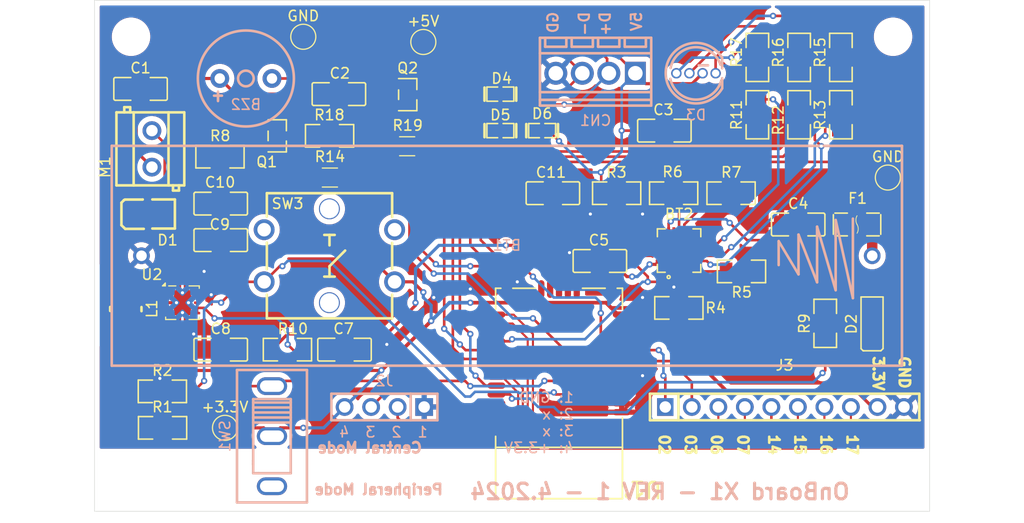
<source format=kicad_pcb>
(kicad_pcb (version 20240108) (generator "pcbnew") (generator_version "8.0")
  (title_block (title "OnBoard X1"))
  (layers (0 "F.Cu" signal) (31 "B.Cu" signal) (34 "B.Paste" user) (35 "F.Paste" user) (36 "B.SilkS" user "B.Silkscreen") (37 "F.SilkS" user "F.Silkscreen") (38 "B.Mask" user) (39 "F.Mask" user) (44 "Edge.Cuts" user))
  (net 0 "")
  (net 1 "Net-(BT1-+)")
  (net 2 "GND")
  (net 3 "Net-(BT2-PROG1)")
  (net 4 "SYSTEM_LOAD")
  (net 5 "Net-(BT2-VBAT_1)")
  (net 6 "Net-(BT2-PROG3)")
  (net 7 "Net-(BT2-CE)")
  (net 8 "LED_G")
  (net 9 "Net-(BT2-THERM)")
  (net 10 "LED_B")
  (net 11 "Net-(BT2-PROG2)")
  (net 12 "LED_R")
  (net 13 "+3.3V")
  (net 14 "MODE")
  (net 15 "ALARM")
  (net 16 "Net-(U2-EN)")
  (net 17 "Net-(D3-BK)")
  (net 18 "Net-(D3-GK)")
  (net 19 "Net-(D3-RK)")
  (net 20 "GPIO.06")
  (net 21 "GPIO.02")
  (net 22 "GPIO.14")
  (net 23 "GPIO.17")
  (net 24 "GPIO.07")
  (net 25 "GPIO.15")
  (net 26 "GPIO.03")
  (net 27 "GPIO.16")
  (net 28 "Net-(U2-L1)")
  (net 29 "Net-(U2-L2)")
  (net 30 "MOTOR")
  (net 31 "BUZZER")
  (net 32 "Net-(U1-PO.18)")
  (net 33 "Net-(U1-PO.05)")
  (net 34 "Net-(U1-PO.04)")
  (net 35 "STATUS_LED")
  (net 44 "Net-(BZ2--)")
  (net 45 "Net-(D2-A)")
  (net 46 "Net-(J2-Pin_2)")
  (net 47 "Net-(J2-Pin_3)")
  (net 48 "+5V")
  (net 49 "Net-(D1-A)")
  (net 50 "Net-(Q1-G)")
  (net 51 "Net-(U1-D-)")
  (net 52 "Net-(U1-D+)")
  (net 53 "Net-(Q2-G)")
  (footprint "easyeda2kicad:R1206" (layer "F.Cu") (at 118.467157 52.447157 90)
    (property "Reference" "R11")
    (property "Value" "0")
  )
  (footprint "easyeda2kicad:R1206" (layer "F.Cu") (at 77.487157 54.467157 180)
    (property "Reference" "R18")
    (property "Value" "110k")
  )
  (footprint "easyeda2kicad:R1206" (layer "F.Cu") (at 66.987157 56.467157 180)
    (property "Reference" "R8")
    (property "Value" "110k")
  )
  (footprint "easyeda2kicad:C1206" (layer "F.Cu") (at 67.057157 64.467157)
    (property "Reference" "C9")
    (property "Value" "10uF")
  )
  (footprint "TestPoint:TestPoint_Pad_D2.0mm" (layer "F.Cu") (at 74.967157 44.967157)
    (property "Reference" "GND")
    (property "Value" "BUZZER")
  )
  (footprint "easyeda2kicad:DIO-SMD_L3.4-W1.9-RD" (layer "F.Cu") (at 60.127157 61.967157)
    (property "Reference" "D1")
    (property "Value" "D_Schottky")
  )
  (footprint "easyeda2kicad:R1206" (layer "F.Cu") (at 118.467157 46.947157 -90)
    (property "Reference" "R17")
    (property "Value" "470")
  )
  (footprint "easyeda2kicad:R1206" (layer "F.Cu") (at 115.947157 59.967157 180)
    (property "Reference" "R7")
    (property "Value" "10k")
  )
  (footprint "easyeda2kicad:R1206" (layer "F.Cu") (at 116.947157 67.467157 180)
    (property "Reference" "R5")
    (property "Value" "10k")
  )
  (footprint "easyeda2kicad:SOT-23-3_L3.0-W1.6-P1.90-LS2.8-BR" (layer "F.Cu") (at 84.967157 50.517157 180)
    (property "Reference" "Q2")
    (property "Value" "NMOS")
  )
  (footprint "easyeda2kicad:C1206" (layer "F.Cu") (at 67.057157 74.967157 180)
    (property "Reference" "C8")
    (property "Value" "10uF")
  )
  (footprint "easyeda2kicad:C1206" (layer "F.Cu") (at 109.557157 53.967157)
    (property "Reference" "C3")
    (property "Value" "0.1uF")
  )
  (footprint "easyeda2kicad:CONN-TH_DB301V-3.5-2P-GN" (layer "F.Cu") (at 60.467157 55.717157 90)
    (property "Reference" "M1")
    (property "Value" "Motor_DC")
  )
  (footprint "Package_SON:Texas_DRC0010J_ThermalVias" (layer "F.Cu") (at 63.392157 70.467157)
    (property "Reference" "U2")
    (property "Value" "TPS63001")
  )
  (footprint "easyeda2kicad:C1206" (layer "F.Cu") (at 103.377157 66.467157)
    (property "Reference" "C5")
    (property "Value" "4.7uF")
  )
  (footprint "easyeda2kicad:R1206" (layer "F.Cu") (at 61.487157 82.467157 180)
    (property "Reference" "R1")
    (property "Value" "110k")
  )
  (footprint "Resistor_SMD:R_1206_3216Metric_Pad1.30x1.75mm_HandSolder" (layer "F.Cu") (at 84.917157 55.467157 180)
    (property "Reference" "R19")
    (property "Value" "100")
  )
  (footprint "easyeda2kicad:C1206" (layer "F.Cu") (at 78.377157 50.467157 180)
    (property "Reference" "C2")
    (property "Value" "10uF")
  )
  (footprint "easyeda2kicad:C1206" (layer "F.Cu") (at 98.877157 59.967157 180)
    (property "Reference" "C11")
    (property "Value" "10uF")
  )
  (footprint "MountingHole:MountingHole_3.2mm_M3_DIN965" (layer "F.Cu") (at 131.467157 44.967157)
    (property "Reference" "REF**" (hide yes))
    (property "Value" "MountingHole_3.2mm_M3_DIN965")
  )
  (footprint "easyeda2kicad:C1206" (layer "F.Cu") (at 67.057157 60.967157)
    (property "Reference" "C10")
    (property "Value" "10uF")
  )
  (footprint "easyeda2kicad:LED1206-RD" (layer "F.Cu") (at 129.467157 72.487157 90)
    (property "Reference" "D2")
    (property "Value" "LED")
  )
  (footprint "easyeda2kicad:F1206" (layer "F.Cu") (at 128.017157 62.967157 180)
    (property "Reference" "F1")
    (property "Value" "Fuse")
  )
  (footprint "easyeda2kicad:R1206" (layer "F.Cu") (at 104.987157 59.967157)
    (property "Reference" "R3")
    (property "Value" "110k")
  )
  (footprint "easyeda2kicad:SOT-23-3_L3.0-W1.6-P1.90-LS2.8-BR" (layer "F.Cu") (at 72.467157 54.467157 180)
    (property "Reference" "Q1")
    (property "Value" "NMOS")
  )
  (footprint "easyeda2kicad:D0603-BI" (layer "F.Cu") (at 93.847157 50.467157)
    (property "Reference" "D4")
    (property "Value" "0603ESDA-18N")
  )
  (footprint "easyeda2kicad:C1206" (layer "F.Cu") (at 59.377157 49.967157)
    (property "Reference" "C1")
    (property "Value" "10uF")
  )
  (footprint "easyeda2kicad:R1206" (layer "F.Cu") (at 122.467157 46.947157 -90)
    (property "Reference" "R16")
    (property "Value" "470")
  )
  (footprint "MountingHole:MountingHole_3.2mm_M3_DIN965" (layer "F.Cu") (at 58.467157 44.967157)
    (property "Reference" "REF**" (hide yes))
    (property "Value" "MountingHole_3.2mm_M3_DIN965")
  )
  (footprint "easyeda2kicad:D0603-BI" (layer "F.Cu") (at 93.847157 53.967157)
    (property "Reference" "D5")
    (property "Value" "0603ESDA-18N")
  )
  (footprint "easyeda2kicad:KEY-TH_4P-L12.0-W12.0-P5.00-LS13.4-EH" (layer "F.Cu") (at 77.467157 65.967157)
    (property "Reference" "SW3")
    (property "Value" "SW_Push")
  )
  (footprint "easyeda2kicad:R1206" (layer "F.Cu") (at 73.447157 74.967157)
    (property "Reference" "R10")
    (property "Value" "100")
  )
  (footprint "MountingHole:MountingHole_3.2mm_M3_DIN965" (layer "F.Cu") (at 58.467157 86.967157)
    (property "Reference" "REF**" (hide yes))
    (property "Value" "MountingHole_3.2mm_M3_DIN965")
  )
  (footprint "easyeda2kicad:QFN-20_L4.0-W4.0-P0.5-BL-EP" (layer "F.Cu") (at 110.967157 65.467157)
    (property "Reference" "BT2")
    (property "Value" "MCP73871T-2CCI_ML")
  )
  (footprint "easyeda2kicad:C1206" (layer "F.Cu") (at 122.377157 62.967157)
    (property "Reference" "C4")
    (property "Value" "4.7uF")
  )
  (footprint "easyeda2kicad:HDR-TH_10P-P2.54-V-M" (layer "F.Cu") (at 121.077157 80.467157)
    (property "Reference" "J3")
    (property "Value" "Conn_01x10_MountingPin")
  )
  (footprint "Minew-Library-20230803:MS44SF1_V1.0" (layer "F.Cu") (at 105.542161 69.082713 180)
    (property "Reference" "U1")
    (property "Value" "~" (hide yes))
  )
  (footprint "easyeda2kicad:R1206" (layer "F.Cu") (at 124.967157 72.447157 -90)
    (property "Reference" "R9")
    (property "Value" "470")
  )
  (footprint "easyeda2kicad:IND-SMD_L3.0-W3.0_NR3010" (layer "F.Cu") (at 57.967157 71.057157 -90)
    (property "Reference" "L1")
    (property "Value" "2.2uH")
  )
  (footprint "MountingHole:MountingHole_3.2mm_M3_DIN965" (layer "F.Cu") (at 131.467157 86.967157)
    (property "Reference" "REF**" (hide yes))
    (property "Value" "MountingHole_3.2mm_M3_DIN965")
  )
  (footprint "easyeda2kicad:R1206" (layer "F.Cu") (at 126.467157 52.447157 -90)
    (property "Reference" "R13")
    (property "Value" "0")
  )
  (footprint "TestPoint:TestPoint_Pad_D2.0mm" (layer "F.Cu") (at 67.467157 82.467157)
    (property "Reference" "+3.3V")
    (property "Value" "+3.3V")
  )
  (footprint "TestPoint:TestPoint_Pad_D2.0mm" (layer "F.Cu") (at 86.467157 45.467157)
    (property "Reference" "+5V")
    (property "Value" "VBUS")
  )
  (footprint "easyeda2kicad:C1206" (layer "F.Cu") (at 78.917157 74.967157)
    (property "Reference" "C7")
    (property "Value" "0.1uF")
  )
  (footprint "easyeda2kicad:R1206" (layer "F.Cu") (at 126.467157 46.947157 -90)
    (property "Reference" "R15")
    (property "Value" "470")
  )
  (footprint "easyeda2kicad:R1206" (layer "F.Cu") (at 110.447157 59.967157)
    (property "Reference" "R6")
    (property "Value" "1.5k")
  )
  (footprint "easyeda2kicad:D0603-BI" (layer "F.Cu") (at 97.847157 53.967157)
    (property "Reference" "D6")
    (property "Value" "0603ESDA-18N")
  )
  (footprint "Resistor_SMD:R_1206_3216Metric_Pad1.30x1.75mm_HandSolder" (layer "F.Cu") (at 77.517157 58.467157 180)
    (property "Reference" "R14")
    (property "Value" "100")
  )
  (footprint "easyeda2kicad:R1206" (layer "F.Cu") (at 110.947157 70.967157)
    (property "Reference" "R4")
    (property "Value" "110k")
  )
  (footprint "TestPoint:TestPoint_Pad_D2.0mm" (layer "F.Cu") (at 130.967157 58.467157)
    (property "Reference" "GND")
    (property "Value" "MOTOR")
  )
  (footprint "easyeda2kicad:R1206" (layer "F.Cu") (at 61.467157 78.967157)
    (property "Reference" "R2")
    (property "Value" "110k")
  )
  (footprint "easyeda2kicad:R1206" (layer "F.Cu") (at 122.467157 52.447157 -90)
    (property "Reference" "R12")
    (property "Value" "0")
  )
  (footprint "easyeda2kicad:CONN-TH_XY308-2.54-4P" (layer "B.Cu") (at 102.967157 48.467157 180)
    (property "Reference" "CN1")
    (property "Value" "XY308-2.54-4P")
  )
  (footprint "easyeda2kicad:HDR-TH_4P-P2.54-V-M" (layer "B.Cu") (at 82.737157 80.467157 180)
    (property "Reference" "J2")
    (property "Value" "Conn_01x04_MountingPin")
  )
  (footprint "easyeda2kicad:LED-TH_4P-BD5.8-P1.25_DM-50346EH-73826CC-05RGB-BML60-D" (layer "B.Cu") (at 112.587157 48.467157)
    (property "Reference" "D3")
    (property "Value" "LED_ABGR")
  )
  (footprint "easyeda2kicad:SW-TH_SHOU-HAN_SS12D10G4" (layer "B.Cu") (at 71.967157 83.267157 -90)
    (property "Reference" "SW1")
    (property "Value" "SW_SPDT")
  )
  (footprint "easyeda2kicad:BAT-TH_BH-18650-A1AJ005" (layer "B.Cu") (at 94.467157 65.967157 180)
    (property "Reference" "BT1")
    (property "Value" "18650 Cell")
  )
  (footprint "easyeda2kicad:BUZ-TH_BD9.0-P5.00-D0.6-FD" (layer "B.Cu") (at 69.467157 48.967157)
    (property "Reference" "BZ2")
    (property "Value" "Buzzer")
  )
  (gr_rect (start 54.967157 41.467157) (end 134.967157 90.467157) (stroke (width 0.05)) (fill none) (layer "Edge.Cuts"))
  (gr_text "3" (at 81.967157 83.467157 0) (layer "B.SilkS") (effects (font (size 1 1)) (justify left bottom mirror)))
  (gr_text "2" (at 84.467157 83.467157 0) (layer "B.SilkS") (effects (font (size 1 1)) (justify left bottom mirror)))
  (gr_text "GD" (at 99.467157 42.467157 90) (layer "B.SilkS") (effects (font (size 1 1) (thickness 0.2) (bold yes)) (justify left bottom mirror)))
  (gr_text "D+" (at 104.467157 42.467157 -270) (layer "B.SilkS") (effects (font (size 1 1) (thickness 0.2) (bold yes)) (justify left bottom mirror)))
  (gr_text "Central Mode" (at 86.467157 84.967157 0) (layer "B.SilkS") (effects (font (size 1 1) (thickness 0.25) (bold yes)) (justify left bottom mirror)))
  (gr_text "OnBoard X1 - REV 1 - 4.2024" (at 127.467157 89.467157 0) (layer "B.SilkS") (effects (font (size 1.5 1.5) (thickness 0.3) (bold yes)) (justify left bottom mirror)))
  (gr_text "5V" (at 107.467157 42.467157 -270) (layer "B.SilkS") (effects (font (size 1 1) (thickness 0.2) (bold yes)) (justify left bottom mirror)))
  (gr_text "D-" (at 102.467157 42.467157 -270) (layer "B.SilkS") (effects (font (size 1 1) (thickness 0.2) (bold yes)) (justify left bottom mirror)))
  (gr_text "4" (at 79.467157 83.467157 0) (layer "B.SilkS") (effects (font (size 1 1)) (justify left bottom mirror)))
  (gr_text "Peripheral Mode" (at 88.467157 88.967157 0) (layer "B.SilkS") (effects (font (size 1 1) (thickness 0.25) (bold yes)) (justify left bottom mirror)))
  (gr_text "1: GND\n2: x\n3: x\n4: +3.3V" (at 100.967157 84.967157 0) (layer "B.SilkS") (effects (font (size 1 1)) (justify left bottom mirror)))
  (gr_text "1" (at 86.967157 83.467157 0) (layer "B.SilkS") (effects (font (size 1 1)) (justify left bottom mirror)))
  (gr_text "03" (at 111.467157 82.967157 270) (layer "F.SilkS") (effects (font (size 1 1) (thickness 0.25) (bold yes)) (justify left bottom)))
  (gr_text "07" (at 116.5 82.967157 270) (layer "F.SilkS") (effects (font (size 1 1) (thickness 0.25) (bold yes)) (justify left bottom)))
  (gr_text "14" (at 119.467157 82.967157 270) (layer "F.SilkS") (effects (font (size 1 1) (thickness 0.25) (bold yes)) (justify left bottom)))
  (gr_text "02" (at 108.967157 82.967157 270) (layer "F.SilkS") (effects (font (size 1 1) (thickness 0.25) (bold yes)) (justify left bottom)))
  (gr_text "\n17" (at 126.967157 82.967157 270) (layer "F.SilkS") (effects (font (size 1 1) (thickness 0.25) (bold yes)) (justify left bottom)))
  (gr_text "GND" (at 131.967157 75.467157 270) (layer "F.SilkS") (effects (font (size 1 1) (thickness 0.25) (bold yes)) (justify left bottom)))
  (gr_text "3.3V" (at 129.467157 75.467157 270) (layer "F.SilkS") (effects (font (size 1 1) (thickness 0.25) (bold yes)) (justify left bottom)))
  (gr_text "16\n" (at 124.467157 82.967157 270) (layer "F.SilkS") (effects (font (size 1 1) (thickness 0.25) (bold yes)) (justify left bottom)))
  (gr_text "06" (at 113.967157 82.967157 270) (layer "F.SilkS") (effects (font (size 1 1) (thickness 0.25) (bold yes)) (justify left bottom)))
  (gr_text "15" (at 121.967157 82.967157 270) (layer "F.SilkS") (effects (font (size 1 1) (thickness 0.25) (bold yes)) (justify left bottom)))
  (segment (start 129.467157 62.967157) (end 129.467157 65.967157) (width 1) (layer "F.Cu") (net 1))
  (segment (start 110.967157 68.467157) (end 110.467157 68.967157) (width 0.3) (layer "F.Cu") (net 2))
  (segment (start 65.467157 67.467157) (end 65.467157 66.467157) (width 0.3) (layer "F.Cu") (net 2))
  (segment (start 80.017157 50.517157) (end 79.967157 50.467157) (width 0.3) (layer "F.Cu") (net 2))
  (segment (start 97.287157 59.967157) (end 97.287157 60.937157) (width 0.3) (layer "F.Cu") (net 2))
  (segment (start 61.992157 70.467157) (end 62.817157 70.467157) (width 0.3) (layer "F.Cu") (net 2))
  (segment (start 63.392157 69.517157) (end 63.392157 69.892157) (width 0.3) (layer "F.Cu") (net 2))
  (segment (start 112.467157 63.557157) (end 113.837157 63.557157) (width 0.3) (layer "F.Cu") (net 2))
  (segment (start 63.892157 69.967157) (end 64.792157 69.967157) (width 0.3) (layer "F.Cu") (net 2))
  (segment (start 111.967157 64.467157) (end 110.967157 65.467157) (width 0.3) (layer "F.Cu") (net 2))
  (segment (start 125.287157 58.467157) (end 120.787157 62.967157) (width 0.3) (layer "F.Cu") (net 2))
  (segment (start 105.157717 69.157717) (end 104.561442 69.157717) (width 0.3) (layer "F.Cu") (net 2))
  (segment (start 112.877157 63.967157) (end 112.467157 63.557157) (width 0.3) (layer "F.Cu") (net 2))
  (segment (start 63.392157 69.517157) (end 63.392157 70.467157) (width 0.3) (layer "F.Cu") (net 2))
  (segment (start 85.967157 50.517157) (end 80.017157 50.517157) (width 0.3) (layer "F.Cu") (net 2))
  (segment (start 105.967157 69.967157) (end 105.157717 69.157717) (width 0.35) (layer "F.Cu") (net 2))
  (segment (start 63.392157 71.417157) (end 63.392157 71.042157) (width 0.3) (layer "F.Cu") (net 2))
  (segment (start 97.287157 60.937157) (end 98.317157 61.967157) (width 0.3) (layer "F.Cu") (net 2))
  (segment (start 110.967157 67.377157) (end 110.967157 68.467157) (width 0.3) (layer "F.Cu") (net 2))
  (segment (start 63.967157 70.092157) (end 63.392157 69.517157) (width 0.3) (layer "F.Cu") (net 2))
  (segment (start 105.467157 80.967157) (end 107.467157 78.967157) (width 0.3) (layer "F.Cu") (net 2))
  (segment (start 65.467157 74.967157) (end 65.467157 73.492157) (width 0.3) (layer "F.Cu") (net 2))
  (segment (start 63.967157 70.467157) (end 63.967157 70.092157) (width 0.3) (layer "F.Cu") (net 2))
  (segment (start 107.467157 61.967157) (end 108.467157 61.967157) (width 0.3) (layer "F.Cu") (net 2))
  (segment (start 65.467157 66.467157) (end 65.467157 66.287157) (width 0.3) (layer "F.Cu") (net 2))
  (segment (start 63.392157 71.042157) (end 63.967157 70.467157) (width 0.3) (layer "F.Cu") (net 2))
  (segment (start 61.227157 77.727157) (end 59.987157 78.967157) (width 0.3) (layer "F.Cu") (net 2))
  (segment (start 111.967157 63.557157) (end 112.467157 63.557157) (width 0.3) (layer "F.Cu") (net 2))
  (segment (start 64.454657 72.479657) (end 64.942157 72.967157) (width 0.3) (layer "F.Cu") (net 2))
  (segment (start 75.467157 44.967157) (end 81.467157 44.967157) (width 0.3) (layer "F.Cu") (net 2))
  (segment (start 62.817157 70.467157) (end 63.392157 70.467157) (width 0.3) (layer "F.Cu") (net 2))
  (segment (start 105.467157 80.116834) (end 105.467157 80.967157) (width 0.3) (layer "F.Cu") (net 2))
  (segment (start 107.467157 69.967157) (end 105.967157 69.967157) (width 0.35) (layer "F.Cu") (net 2))
  (segment (start 64.454657 73.454657) (end 64.454657 72.479657) (width 0.3) (layer "F.Cu") (net 2))
  (segment (start 111.967157 63.557157) (end 111.967157 64.467157) (width 0.3) (layer "F.Cu") (net 2))
  (segment (start 94.776597 69.157717) (end 95.467157 68.467157) (width 0.35) (layer "F.Cu") (net 2))
  (segment (start 101.267157 66.467157) (end 101.787157 66.467157) (width 0.3) (layer "F.Cu") (net 2))
  (segment (start 130.967157 58.467157) (end 125.287157 58.467157) (width 0.3) (layer "F.Cu") (net 2))
  (segment (start 107.467157 78.967157) (end 107.467157 77.467157) (width 0.3) (layer "F.Cu") (net 2))
  (segment (start 82.467157 74.967157) (end 80.507157 74.967157) (width 0.35) (layer "F.Cu") (net 2))
  (segment (start 86.107157 49.607157) (end 86.107157 50.517157) (width 0.3) (layer "F.Cu") (net 2))
  (segment (start 63.392157 71.417157) (end 64.454657 72.479657) (width 0.3) (layer "F.Cu") (net 2))
  (segment (start 63.392157 70.467157) (end 63.892157 69.967157) (width 0.3) (layer "F.Cu") (net 2))
  (segment (start 98.317157 61.967157) (end 102.467157 61.967157) (width 0.3) (layer "F.Cu") (net 2))
  (segment (start 64.467157 73.467157) (end 64.454657 73.454657) (width 0.3) (layer "F.Cu") (net 2))
  (segment (start 113.837157 63.557157) (end 117.427157 59.967157) (width 0.3) (layer "F.Cu") (net 2))
  (segment (start 65.886398 69.967157) (end 64.792157 69.967157) (width 0.3) (layer "F.Cu") (net 2))
  (segment (start 90.967157 69.157717) (end 94.366687 69.157717) (width 0.35) (layer "F.Cu") (net 2))
  (segment (start 63.392157 69.892157) (end 62.817157 70.467157) (width 0.3) (layer "F.Cu") (net 2))
  (segment (start 65.467157 73.492157) (end 64.454657 72.479657) (width 0.3) (layer "F.Cu") (net 2))
  (segment (start 108.467157 61.967157) (end 108.967157 61.467157) (width 0.3) (layer "F.Cu") (net 2))
  (segment (start 65.467157 66.287157) (end 65.467157 64.467157) (width 0.3) (layer "F.Cu") (net 2))
  (segment (start 81.467157 44.967157) (end 86.107157 49.607157) (width 0.3) (layer "F.Cu") (net 2))
  (segment (start 112.877157 64.467157) (end 112.877157 63.967157) (width 0.3) (layer "F.Cu") (net 2))
  (segment (start 94.20897 69) (end 94.366687 69.157717) (width 0.3) (layer "F.Cu") (net 2))
  (segment (start 94.366687 69.157717) (end 94.776597 69.157717) (width 0.3) (layer "F.Cu") (net 2))
  (segment (start 100.467157 65.667157) (end 101.267157 66.467157) (width 0.35) (layer "F.Cu") (net 2))
  (segment (start 87.467157 69.967157) (end 82.467157 74.967157) (width 0.35) (layer "F.Cu") (net 2))
  (segment (start 66.150392 69.703163) (end 65.886398 69.967157) (width 0.3) (layer "F.Cu") (net 2))
  (segment (start 108.967157 61.467157) (end 108.967157 59.967157) (width 0.3) (layer "F.Cu") (net 2))
  (segment (start 112.877157 64.467157) (end 112.877157 64.967157) (width 0.3) (layer "F.Cu") (net 2))
  (via (at 87.467157 69.967157) (size 0.6) (drill 0.3) (layers "F.Cu" "B.Cu") (net 2))
  (via (at 110.467157 68.967157) (size 0.6) (drill 0.3) (layers "F.Cu" "B.Cu") (net 2))
  (via (at 95.467157 68.467157) (size 0.6) (drill 0.3) (layers "F.Cu" "B.Cu") (net 2))
  (via (at 107.467157 69.967157) (size 0.6) (drill 0.3) (layers "F.Cu" "B.Cu") (net 2))
  (via (at 64.467157 73.467157) (size 0.6) (drill 0.3) (layers "F.Cu" "B.Cu") (net 2))
  (via (at 82.967157 74.467157) (size 0.6) (drill 0.3) (layers "F.Cu" "B.Cu") (net 2))
  (via (at 107.467157 61.967157) (size 0.6) (drill 0.3) (layers "F.Cu" "B.Cu") (net 2))
  (via (at 107.467157 77.467157) (size 0.6) (drill 0.3) (layers "F.Cu" "B.Cu") (net 2))
  (via (at 102.467157 61.967157) (size 0.6) (drill 0.3) (layers "F.Cu" "B.Cu") (net 2))
  (via (at 61.227157 77.727157) (size 0.6) (drill 0.3) (layers "F.Cu" "B.Cu") (net 2))
  (via (at 65.467157 67.467157) (size 0.6) (drill 0.3) (layers "F.Cu" "B.Cu") (net 2))
  (via (at 100.467157 65.667157) (size 0.6) (drill 0.3) (layers "F.Cu" "B.Cu") (net 2))
  (via (at 90.967157 69.157717) (size 0.6) (drill 0.3) (layers "F.Cu" "B.Cu") (net 2))
  (via (at 66.150392 69.703163) (size 0.6) (drill 0.3) (layers "F.Cu" "B.Cu") (net 2))
  (segment (start 86.547157 80.467157) (end 86.547157 78.047157) (width 0.35) (layer "B.Cu") (net 2))
  (segment (start 86.547157 78.047157) (end 82.967157 74.467157) (width 0.35) (layer "B.Cu") (net 2))
  (segment (start 98.267157 65.667157) (end 95.467157 68.467157) (width 0.35) (layer "B.Cu") (net 2))
  (segment (start 109.467157 69.967157) (end 110.467157 68.967157) (width 0.3) (layer "B.Cu") (net 2))
  (segment (start 86.467157 80.467157) (end 86.547157 80.467157) (width 0.3) (layer "B.Cu") (net 2))
  (segment (start 86.467157 83.467157) (end 86.547157 83.387157) (width 0.3) (layer "B.Cu") (net 2))
  (segment (start 66.150392 68.150392) (end 65.467157 67.467157) (width 0.3) (layer "B.Cu") (net 2))
  (segment (start 107.467157 69.967157) (end 109.467157 69.967157) (width 0.35) (layer "B.Cu") (net 2))
  (segment (start 66.150392 69.703163) (end 66.150392 68.150392) (width 0.3) (layer "B.Cu") (net 2))
  (segment (start 107.467157 69.967157) (end 107.467157 77.467157) (width 0.3) (layer "B.Cu") (net 2))
  (segment (start 64.467157 74.487157) (end 64.467157 73.467157) (width 0.3) (layer "B.Cu") (net 2))
  (segment (start 61.227157 77.727157) (end 64.467157 74.487157) (width 0.3) (layer "B.Cu") (net 2))
  (segment (start 102.467157 61.967157) (end 107.467157 61.967157) (width 0.3) (layer "B.Cu") (net 2))
  (segment (start 90.967157 69.157717) (end 88.276597 69.157717) (width 0.35) (layer "B.Cu") (net 2))
  (segment (start 88.276597 69.157717) (end 87.467157 69.967157) (width 0.35) (layer "B.Cu") (net 2))
  (segment (start 100.467157 65.667157) (end 98.267157 65.667157) (width 0.35) (layer "B.Cu") (net 2))
  (segment (start 110.967157 63.557157) (end 110.967157 60.927157) (width 0.25) (layer "F.Cu") (net 3))
  (segment (start 110.967157 60.927157) (end 111.927157 59.967157) (width 0.25) (layer "F.Cu") (net 3))
  (segment (start 61.992157 74.492157) (end 61.992157 71.467157) (width 0.3) (layer "F.Cu") (net 4))
  (segment (start 71.467157 74.967157) (end 70.217157 76.217157) (width 0.3) (layer "F.Cu") (net 4))
  (segment (start 109.477157 67.377157) (end 109.967157 67.377157) (width 0.3) (layer "F.Cu") (net 4))
  (segment (start 69.897157 76.217157) (end 70.217157 76.217157) (width 0.3) (layer "F.Cu") (net 4))
  (segment (start 85.717157 70.717157) (end 82.967157 73.467157) (width 0.3) (layer "F.Cu") (net 4))
  (segment (start 63.967157 76.467157) (end 61.992157 74.492157) (width 0.3) (layer "F.Cu") (net 4))
  (segment (start 85.717157 70.467157) (end 85.717157 70.717157) (width 0.3) (layer "F.Cu") (net 4))
  (segment (start 71.967157 74.967157) (end 71.467157 74.967157) (width 0.3) (layer "F.Cu") (net 4))
  (segment (start 69.967157 76.467157) (end 63.967157 76.467157) (width 0.3) (layer "F.Cu") (net 4))
  (segment (start 108.141422 66.792892) (end 108.731422 66.792892) (width 0.3) (layer "F.Cu") (net 4))
  (segment (start 106.467157 67.967157) (end 105.967157 67.967157) (width 0.3) (layer "F.Cu") (net 4))
  (segment (start 70.217157 76.217157) (end 69.967157 76.467157) (width 0.3) (layer "F.Cu") (net 4))
  (segment (start 109.057157 66.467157) (end 109.057157 66.957157) (width 0.3) (layer "F.Cu") (net 4))
  (segment (start 109.057157 66.957157) (end 109.477157 67.377157) (width 0.3) (layer "F.Cu") (net 4))
  (segment (start 108.731422 66.792892) (end 109.057157 66.467157) (width 0.3) (layer "F.Cu") (net 4))
  (segment (start 82.967157 73.467157) (end 73.467157 73.467157) (width 0.3) (layer "F.Cu") (net 4))
  (segment (start 68.647157 74.967157) (end 69.897157 76.217157) (width 0.3) (layer "F.Cu") (net 4))
  (segment (start 73.467157 73.467157) (end 71.967157 74.967157) (width 0.3) (layer "F.Cu") (net 4))
  (segment (start 102.967157 64.967157) (end 94.367157 64.967157) (width 0.3) (layer "F.Cu") (net 4))
  (segment (start 105.967157 67.967157) (end 102.967157 64.967157) (width 0.3) (layer "F.Cu") (net 4))
  (via (at 94.367157 64.967157) (size 0.6) (drill 0.3) (layers "F.Cu" "B.Cu") (net 4))
  (via (at 106.467157 67.967157) (size 0.6) (drill 0.3) (layers "F.Cu" "B.Cu") (net 4))
  (via (at 108.141422 66.792892) (size 0.6) (drill 0.3) (layers "F.Cu" "B.Cu") (net 4))
  (via (at 85.717157 70.467157) (size 0.6) (drill 0.3) (layers "F.Cu" "B.Cu") (net 4))
  (segment (start 85.717157 67.217157) (end 87.967157 64.967157) (width 0.3) (layer "B.Cu") (net 4))
  (segment (start 87.967157 64.967157) (end 94.367157 64.967157) (width 0.3) (layer "B.Cu") (net 4))
  (segment (start 106.967157 67.967157) (end 108.141422 66.792892) (width 0.3) (layer "B.Cu") (net 4))
  (segment (start 85.717157 70.467157) (end 85.717157 67.217157) (width 0.3) (layer "B.Cu") (net 4))
  (segment (start 106.467157 67.967157) (end 106.967157 67.967157) (width 0.3) (layer "B.Cu") (net 4))
  (segment (start 109.577157 63.557157) (end 110.467157 63.557157) (width 0.25) (layer "F.Cu") (net 5))
  (segment (start 122.467157 64.467157) (end 123.967157 62.967157) (width 0.25) (layer "F.Cu") (net 5))
  (segment (start 109.057157 64.077157) (end 109.577157 63.557157) (width 0.25) (layer "F.Cu") (net 5))
  (segment (start 123.967157 62.967157) (end 126.567157 62.967157) (width 0.25) (layer "F.Cu") (net 5))
  (segment (start 109.577157 63.557157) (end 109.967157 63.557157) (width 0.25) (layer "F.Cu") (net 5))
  (segment (start 110.167157 62.667157) (end 109.967157 62.867157) (width 0.25) (layer "F.Cu") (net 5))
  (segment (start 115.811967 62.811967) (end 117.467157 64.467157) (width 0.25) (layer "F.Cu") (net 5))
  (segment (start 109.967157 62.867157) (end 109.967157 63.557157) (width 0.25) (layer "F.Cu") (net 5))
  (segment (start 117.467157 64.467157) (end 122.467157 64.467157) (width 0.25) (layer "F.Cu") (net 5))
  (segment (start 109.057157 64.467157) (end 109.057157 64.077157) (width 0.25) (layer "F.Cu") (net 5))
  (via (at 115.811967 62.811967) (size 0.6) (drill 0.3) (layers "F.Cu" "B.Cu") (net 5))
  (via (at 110.167157 62.667157) (size 0.6) (drill 0.3) (layers "F.Cu" "B.Cu") (net 5))
  (segment (start 110.167157 62.667157) (end 110.367157 62.467157) (width 0.25) (layer "B.Cu") (net 5))
  (segment (start 110.367157 62.467157) (end 115.467157 62.467157) (width 0.25) (layer "B.Cu") (net 5))
  (segment (start 115.467157 62.467157) (end 115.811967 62.811967) (width 0.25) (layer "B.Cu") (net 5))
  (segment (start 111.467157 63.557157) (end 111.467157 62.967157) (width 0.25) (layer "F.Cu") (net 6))
  (segment (start 111.467157 62.967157) (end 114.467157 59.967157) (width 0.25) (layer "F.Cu") (net 6))
  (segment (start 108.467157 64.967157) (end 106.467157 62.967157) (width 0.25) (layer "F.Cu") (net 7))
  (segment (start 106.467157 62.967157) (end 106.467157 59.967157) (width 0.25) (layer "F.Cu") (net 7))
  (segment (start 109.057157 64.967157) (end 108.467157 64.967157) (width 0.25) (layer "F.Cu") (net 7))
  (segment (start 123.967157 52.467157) (end 122.467157 50.967157) (width 0.25) (layer "F.Cu") (net 8))
  (segment (start 113.967157 66.817157) (end 113.617157 66.467157) (width 0.25) (layer "F.Cu") (net 8))
  (segment (start 122.467157 50.967157) (end 122.467157 48.427157) (width 0.25) (layer "F.Cu") (net 8))
  (segment (start 113.617157 66.467157) (end 112.877157 66.467157) (width 0.25) (layer "F.Cu") (net 8))
  (segment (start 124.592157 55.467157) (end 123.967157 54.842157) (width 0.25) (layer "F.Cu") (net 8))
  (segment (start 123.967157 54.842157) (end 123.967157 52.467157) (width 0.25) (layer "F.Cu") (net 8))
  (via (at 113.967157 66.817157) (size 0.6) (drill 0.3) (layers "F.Cu" "B.Cu") (net 8))
  (via (at 124.592157 55.467157) (size 0.6) (drill 0.3) (layers "F.Cu" "B.Cu") (net 8))
  (segment (start 124.592157 57.609926) (end 115.384926 66.817157) (width 0.25) (layer "B.Cu") (net 8))
  (segment (start 115.384926 66.817157) (end 113.967157 66.817157) (width 0.25) (layer "B.Cu") (net 8))
  (segment (start 124.592157 55.467157) (end 124.592157 57.609926) (width 0.25) (layer "B.Cu") (net 8))
  (segment (start 112.377157 67.377157) (end 112.467157 67.467157) (width 0.25) (layer "F.Cu") (net 9))
  (segment (start 112.467157 67.467157) (end 115.467157 67.467157) (width 0.25) (layer "F.Cu") (net 9))
  (segment (start 111.967157 67.377157) (end 112.377157 67.377157) (width 0.25) (layer "F.Cu") (net 9))
  (segment (start 124.967157 54.467157) (end 124.967157 52.467157) (width 0.25) (layer "F.Cu") (net 10))
  (segment (start 115.141422 65.967157) (end 112.877157 65.967157) (width 0.25) (layer "F.Cu") (net 10))
  (segment (start 126.467157 50.967157) (end 126.467157 48.427157) (width 0.25) (layer "F.Cu") (net 10))
  (segment (start 124.967157 52.467157) (end 126.467157 50.967157) (width 0.25) (layer "F.Cu") (net 10))
  (segment (start 115.967157 65.141422) (end 115.141422 65.967157) (width 0.25) (layer "F.Cu") (net 10))
  (via (at 124.967157 54.467157) (size 0.6) (drill 0.3) (layers "F.Cu" "B.Cu") (net 10))
  (via (at 115.967157 65.141422) (size 0.6) (drill 0.3) (layers "F.Cu" "B.Cu") (net 10))
  (segment (start 124.967157 54.467157) (end 124.708273 54.467157) (width 0.25) (layer "B.Cu") (net 10))
  (segment (start 123.967157 57.315687) (end 116.141422 65.141422) (width 0.25) (layer "B.Cu") (net 10))
  (segment (start 124.708273 54.467157) (end 123.967157 55.208273) (width 0.25) (layer "B.Cu") (net 10))
  (segment (start 123.967157 55.208273) (end 123.967157 57.315687) (width 0.25) (layer "B.Cu") (net 10))
  (segment (start 116.141422 65.141422) (end 115.967157 65.141422) (width 0.25) (layer "B.Cu") (net 10))
  (segment (start 111.967157 70.467157) (end 111.467157 69.967157) (width 0.25) (layer "F.Cu") (net 11))
  (segment (start 111.467157 69.967157) (end 111.467157 67.377157) (width 0.25) (layer "F.Cu") (net 11))
  (segment (start 119.967157 50.967157) (end 118.467157 50.967157) (width 0.25) (layer "F.Cu") (net 12))
  (segment (start 118.967157 48.427157) (end 118.967157 50.967157) (width 0.25) (layer "F.Cu") (net 12))
  (segment (start 113.967157 65.467157) (end 115.141422 64.292892) (width 0.25) (layer "F.Cu") (net 12))
  (segment (start 115.141422 64.292892) (end 115.292892 64.292892) (width 0.25) (layer "F.Cu") (net 12))
  (segment (start 112.877157 65.467157) (end 113.967157 65.467157) (width 0.25) (layer "F.Cu") (net 12))
  (via (at 115.292892 64.292892) (size 0.6) (drill 0.3) (layers "F.Cu" "B.Cu") (net 12))
  (via (at 119.967157 50.967157) (size 0.6) (drill 0.3) (layers "F.Cu" "B.Cu") (net 12))
  (segment (start 120.467157 51.467157) (end 120.467157 59.118627) (width 0.25) (layer "B.Cu") (net 12))
  (segment (start 120.467157 59.118627) (end 115.292892 64.292892) (width 0.25) (layer "B.Cu") (net 12))
  (segment (start 119.967157 50.967157) (end 120.467157 51.467157) (width 0.25) (layer "B.Cu") (net 12))
  (segment (start 57.467157 67.967157) (end 61.467157 67.967157) (width 0.3) (layer "F.Cu") (net 13))
  (segment (start 105.10773 71.60773) (end 103.967157 70.467157) (width 0.35) (layer "F.Cu") (net 13))
  (segment (start 85.467157 68.467157) (end 83.717157 68.467157) (width 0.3) (layer "F.Cu") (net 13))
  (segment (start 60.967157 50.967157) (end 58.967157 52.967157) (width 0.3) (layer "F.Cu") (net 13))
  (segment (start 56.467157 60.467157) (end 57.467157 59.467157) (width 0.3) (layer "F.Cu") (net 13))
  (segment (start 72.767157 82.467157) (end 71.967157 83.267157) (width 0.3) (layer "F.Cu") (net 13))
  (segment (start 67.467157 82.467157) (end 71.167157 82.467157) (width 0.3) (layer "F.Cu") (net 13))
  (segment (start 66.117157 68.142157) (end 66.117157 67.317157) (width 0.3) (layer "F.Cu") (net 13))
  (segment (start 56.467157 68.967157) (end 57.467157 67.967157) (width 0.3) (layer "F.Cu") (net 13))
  (segment (start 64.792157 69.467157) (end 66.117157 68.142157) (width 0.3) (layer "F.Cu") (net 13))
  (segment (start 56.467157 66.967157) (end 57.217157 67.717157) (width 0.3) (layer "F.Cu") (net 13))
  (segment (start 104.467157 70.967157) (end 106.467157 70.967157) (width 0.35) (layer "F.Cu") (net 13))
  (segment (start 64.792157 69.290109) (end 64.792157 69.467157) (width 0.3) (layer "F.Cu") (net 13))
  (segment (start 57.467157 59.467157) (end 57.467157 52.467157) (width 0.3) (layer "F.Cu") (net 13))
  (segment (start 63.469205 67.967157) (end 64.792157 69.290109) (width 0.3) (layer "F.Cu") (net 13))
  (segment (start 103.967157 70.467157) (end 104.467157 70.967157) (width 0.35) (layer "F.Cu") (net 13))
  (segment (start 70.467157 66.317157) (end 71.317157 65.467157) (width 0.3) (layer "F.Cu") (net 13))
  (segment (start 55.967157 67.967157) (end 63.469205 67.967157) (width 0.3) (layer "F.Cu") (net 13))
  (segment (start 74.967157 82.467157) (end 72.767157 82.467157) (width 0.3) (layer "F.Cu") (net 13))
  (segment (start 66.117157 67.317157) (end 68.647157 64.787157) (width 0.3) (layer "F.Cu") (net 13))
  (segment (start 68.647157 64.787157) (end 68.647157 64.467157) (width 0.3) (layer "F.Cu") (net 13))
  (segment (start 57.217157 67.717157) (end 57.467157 67.967157) (width 0.3) (layer "F.Cu") (net 13))
  (segment (start 64.969205 69.467157) (end 68.119205 66.317157) (width 0.3) (layer "F.Cu") (net 13))
  (segment (start 56.467157 62.467157) (end 56.467157 60.467157) (width 0.3) (layer "F.Cu") (net 13))
  (segment (start 68.119205 66.317157) (end 70.467157 66.317157) (width 0.3) (layer "F.Cu") (net 13))
  (segment (start 68.467157 50.467157) (end 77.287157 50.467157) (width 0.3) (layer "F.Cu") (net 13))
  (segment (start 115.547918 78.967157) (end 127.967157 78.967157) (width 0.3) (layer "F.Cu") (net 13))
  (segment (start 107.967157 72.467157) (end 109.047918 72.467157) (width 0.35) (layer "F.Cu") (net 13))
  (segment (start 58.967157 55.967157) (end 60.467157 57.467157) (width 0.3) (layer "F.Cu") (net 13))
  (segment (start 63.469205 67.967157) (end 64.969205 69.467157) (width 0.3) (layer "F.Cu") (net 13))
  (segment (start 55.967157 68.967157) (end 56.467157 68.967157) (width 0.3) (layer "F.Cu") (net 13))
  (segment (start 109.047918 72.467157) (end 115.547918 78.967157) (width 0.35) (layer "F.Cu") (net 13))
  (segment (start 55.967157 67.967157) (end 55.967157 67.467157) (width 0.3) (layer "F.Cu") (net 13))
  (segment (start 105.467157 71.60773) (end 105.10773 71.60773) (width 0.3) (layer "F.Cu") (net 13))
  (segment (start 60.967157 49.967157) (end 60.967157 50.967157) (width 0.3) (layer "F.Cu") (net 13))
  (segment (start 61.967157 48.967157) (end 60.967157 49.967157) (width 0.3) (layer "F.Cu") (net 13))
  (segment (start 86.467157 69.467157) (end 85.467157 68.467157) (width 0.3) (layer "F.Cu") (net 13))
  (segment (start 66.967157 48.967157) (end 68.467157 50.467157) (width 0.3) (layer "F.Cu") (net 13))
  (segment (start 57.467157 52.467157) (end 59.967157 49.967157) (width 0.3) (layer "F.Cu") (net 13))
  (segment (start 82.467157 76.967157) (end 58.967157 76.967157) (width 0.3) (layer "F.Cu") (net 13))
  (segment (start 56.467157 62.467157) (end 56.467157 66.967157) (width 0.3) (layer "F.Cu") (net 13))
  (segment (start 58.967157 76.967157) (end 55.967157 73.967157) (width 0.3) (layer "F.Cu") (net 13))
  (segment (start 59.967157 49.967157) (end 60.967157 49.967157) (width 0.3) (layer "F.Cu") (net 13))
  (segment (start 71.167157 82.467157) (end 71.967157 83.267157) (width 0.3) (layer "F.Cu") (net 13))
  (segment (start 127.967157 78.967157) (end 129.967157 80.967157) (width 0.3) (layer "F.Cu") (net 13))
  (segment (start 56.967157 61.967157) (end 56.467157 62.467157) (width 0.3) (layer "F.Cu") (net 13))
  (segment (start 66.967157 48.967157) (end 61.967157 48.967157) (width 0.3) (layer "F.Cu") (net 13))
  (segment (start 90.967157 70.467157) (end 103.967157 70.467157) (width 0.35) (layer "F.Cu") (net 13))
  (segment (start 87.217157 72.217157) (end 82.467157 76.967157) (width 0.35) (layer "F.Cu") (net 13))
  (segment (start 61.992157 69.467157) (end 61.467157 68.942157) (width 0.3) (layer "F.Cu") (net 13))
  (segment (start 71.317157 65.467157) (end 80.717157 65.467157) (width 0.3) (layer "F.Cu") (net 13))
  (segment (start 55.967157 67.467157) (end 56.467157 66.967157) (width 0.3) (layer "F.Cu") (net 13))
  (segment (start 106.467157 70.967157) (end 107.967157 72.467157) (width 0.35) (layer "F.Cu") (net 13))
  (segment (start 55.967157 73.967157) (end 55.967157 68.967157) (width 0.3) (layer "F.Cu") (net 13))
  (segment (start 58.967157 52.967157) (end 58.967157 55.967157) (width 0.3) (layer "F.Cu") (net 13))
  (segment (start 56.967157 61.967157) (end 58.787157 61.967157) (width 0.3) (layer "F.Cu") (net 13))
  (segment (start 61.467157 68.942157) (end 61.467157 67.967157) (width 0.3) (layer "F.Cu") (net 13))
  (segment (start 80.717157 65.467157) (end 83.717157 68.467157) (width 0.3) (layer "F.Cu") (net 13))
  (segment (start 68.967157 64.147157) (end 68.967157 61.967157) (width 0.3) (layer "F.Cu") (net 13))
  (segment (start 55.967157 68.967157) (end 55.967157 67.967157) (width 0.3) (layer "F.Cu") (net 13))
  (segment (start 68.647157 64.467157) (end 68.967157 64.147157) (width 0.3) (layer "F.Cu") (net 13))
  (segment (start 61.467157 67.967157) (end 61.967157 67.967157) (width 0.3) (layer "F.Cu") (net 13))
  (via (at 90.967157 70.467157) (size 0.6) (drill 0.3) (layers "F.Cu" "B.Cu") (net 13))
  (via (at 82.447157 76.947157) (size 0.6) (drill 0.3) (layers "F.Cu" "B.Cu") (net 13))
  (via (at 86.467157 69.467157) (size 0.6) (drill 0.3) (layers "F.Cu" "B.Cu") (net 13))
  (via (at 87.217157 72.217157) (size 0.6) (drill 0.3) (layers "F.Cu" "B.Cu") (net 13))
  (via (at 74.967157 82.467157) (size 0.6) (drill 0.3) (layers "F.Cu" "B.Cu") (net 13))
  (segment (start 87.217157 70.717157) (end 86.467157 69.967157) (width 0.3) (layer "B.Cu") (net 13))
  (segment (start 90.967157 70.467157) (end 88.967157 70.467157) (width 0.35) (layer "B.Cu") (net 13))
  (segment (start 86.467157 69.967157) (end 86.467157 69.467157) (width 0.3) (layer "B.Cu") (net 13))
  (segment (start 82.447157 76.947157) (end 78.927157 80.467157) (width 0.3) (layer "B.Cu") (net 13))
  (segment (start 76.927157 82.467157) (end 78.927157 80.467157) (width 0.3) (layer "B.Cu") (net 13))
  (segment (start 88.967157 70.467157) (end 87.217157 72.217157) (width 0.35) (layer "B.Cu") (net 13))
  (segment (start 74.967157 82.467157) (end 76.927157 82.467157) (width 0.3) (layer "B.Cu") (net 13))
  (segment (start 87.217157 72.217157) (end 87.217157 70.717157) (width 0.3) (layer "B.Cu") (net 13))
  (segment (start 105.467157 78.416253) (end 105.467157 78.467157) (width 0.25) (layer "F.Cu") (net 14))
  (segment (start 72.467157 77.967157) (end 71.967157 78.467157) (width 0.25) (layer "F.Cu") (net 14))
  (segment (start 90.467157 77.967157) (end 72.467157 77.967157) (width 0.25) (layer "F.Cu") (net 14))
  (segment (start 100.467157 77.967157) (end 100.916253 78.416253) (width 0.25) (layer "F.Cu") (net 14))
  (segment (start 66.467157 78.467157) (end 71.967157 78.467157) (width 0.25) (layer "F.Cu") (net 14))
  (segment (start 98.067157 77.967157) (end 100.467157 77.967157) (width 0.25) (layer "F.Cu") (net 14))
  (segment (start 90.967157 78.467157) (end 90.467157 77.967157) (width 0.25) (layer "F.Cu") (net 14))
  (segment (start 100.916253 78.416253) (end 105.467157 78.416253) (width 0.25) (layer "F.Cu") (net 14))
  (segment (start 62.967157 81.967157) (end 66.467157 78.467157) (width 0.25) (layer "F.Cu") (net 14))
  (via (at 98.067157 77.967157) (size 0.6) (drill 0.3) (layers "F.Cu" "B.Cu") (net 14))
  (via (at 90.967157 78.467157) (size 0.6) (drill 0.3) (layers "F.Cu" "B.Cu") (net 14))
  (segment (start 98.067157 77.967157) (end 97.567157 78.467157) (width 0.25) (layer "B.Cu") (net 14))
  (segment (start 97.567157 78.467157) (end 90.967157 78.467157) (width 0.25) (layer "B.Cu") (net 14))
  (segment (start 62.947157 78.967157) (end 64.467157 78.967157) (width 0.25) (layer "F.Cu") (net 15))
  (segment (start 64.467157 78.967157) (end 65.467157 77.967157) (width 0.25) (layer "F.Cu") (net 15))
  (segment (start 72.967157 66.967157) (end 72.717157 66.967157) (width 0.25) (layer "F.Cu") (net 15))
  (segment (start 72.717157 66.967157) (end 71.217157 68.467157) (width 0.25) (layer "F.Cu") (net 15))
  (segment (start 69.093647 68.467157) (end 71.217157 68.467157) (width 0.25) (layer "F.Cu") (net 15))
  (segment (start 98.967157 79.067157) (end 99.166543 79.266543) (width 0.25) (layer "F.Cu") (net 15))
  (segment (start 67.097916 70.462888) (end 69.093647 68.467157) (width 0.25) (layer "F.Cu") (net 15))
  (segment (start 99.166543 79.266543) (end 105.467157 79.266543) (width 0.25) (layer "F.Cu") (net 15))
  (via (at 67.097916 70.462888) (size 0.6) (drill 0.3) (layers "F.Cu" "B.Cu") (net 15))
  (via (at 72.967157 66.967157) (size 0.6) (drill 0.3) (layers "F.Cu" "B.Cu") (net 15))
  (via (at 65.467157 77.967157) (size 0.6) (drill 0.3) (layers "F.Cu" "B.Cu") (net 15))
  (via (at 98.967157 79.067157) (size 0.6) (drill 0.3) (layers "F.Cu" "B.Cu") (net 15))
  (segment (start 67.097916 70.462888) (end 67.002185 70.367157) (width 0.25) (layer "B.Cu") (net 15))
  (segment (start 91.417157 79.017157) (end 90.967157 79.467157) (width 0.25) (layer "B.Cu") (net 15))
  (segment (start 95.517157 79.017157) (end 91.417157 79.017157) (width 0.25) (layer "B.Cu") (net 15))
  (segment (start 98.967157 79.067157) (end 98.917157 79.117157) (width 0.25) (layer "B.Cu") (net 15))
  (segment (start 98.867157 78.967157) (end 98.967157 79.067157) (width 0.25) (layer "B.Cu") (net 15))
  (segment (start 67.002185 70.367157) (end 66.218629 70.367157) (width 0.25) (layer "B.Cu") (net 15))
  (segment (start 66.218629 70.367157) (end 65.467157 71.118629) (width 0.25) (layer "B.Cu") (net 15))
  (segment (start 65.467157 71.118629) (end 65.467157 77.967157) (width 0.25) (layer "B.Cu") (net 15))
  (segment (start 90.967157 79.467157) (end 90.467157 79.467157) (width 0.25) (layer "B.Cu") (net 15))
  (segment (start 90.467157 79.467157) (end 77.467157 66.467157) (width 0.25) (layer "B.Cu") (net 15))
  (segment (start 77.467157 66.467157) (end 73.467157 66.467157) (width 0.25) (layer "B.Cu") (net 15))
  (segment (start 95.617157 79.117157) (end 95.517157 79.017157) (width 0.25) (layer "B.Cu") (net 15))
  (segment (start 73.467157 66.467157) (end 72.967157 66.967157) (width 0.25) (layer "B.Cu") (net 15))
  (segment (start 98.917157 79.117157) (end 95.617157 79.117157) (width 0.25) (layer "B.Cu") (net 15))
  (segment (start 73.467157 74.467157) (end 74.447157 75.447157) (width 0.25) (layer "F.Cu") (net 16))
  (segment (start 64.792157 71.467157) (end 64.792157 70.967157) (width 0.25) (layer "F.Cu") (net 16))
  (segment (start 77.327157 74.967157) (end 74.927157 74.967157) (width 0.25) (layer "F.Cu") (net 16))
  (segment (start 64.792157 70.467157) (end 64.792157 70.967157) (width 0.25) (layer "F.Cu") (net 16))
  (segment (start 74.447157 75.447157) (end 74.927157 74.967157) (width 0.25) (layer "F.Cu") (net 16))
  (segment (start 66.467157 71.967157) (end 65.467157 70.967157) (width 0.25) (layer "F.Cu") (net 16))
  (segment (start 65.467157 70.967157) (end 64.792157 70.967157) (width 0.25) (layer "F.Cu") (net 16))
  (via (at 66.467157 71.967157) (size 0.6) (drill 0.3) (layers "F.Cu" "B.Cu") (net 16))
  (via (at 73.467157 74.467157) (size 0.6) (drill 0.3) (layers "F.Cu" "B.Cu") (net 16))
  (segment (start 73.467157 72.967157) (end 72.467157 71.967157) (width 0.25) (layer "B.Cu") (net 16))
  (segment (start 72.467157 71.967157) (end 66.467157 71.967157) (width 0.25) (layer "B.Cu") (net 16))
  (segment (start 73.467157 74.467157) (end 73.467157 72.967157) (width 0.25) (layer "B.Cu") (net 16))
  (segment (start 125.927157 42.967157) (end 126.467157 43.507157) (width 0.25) (layer "F.Cu") (net 17))
  (segment (start 114.467157 46.967157) (end 115.967157 45.467157) (width 0.25) (layer "F.Cu") (net 17))
  (segment (start 114.467157 48.467157) (end 114.467157 46.967157) (width 0.25) (layer "F.Cu") (net 17))
  (segment (start 125.927157 42.967157) (end 119.967157 42.967157) (width 0.25) (layer "F.Cu") (net 17))
  (segment (start 126.467157 43.507157) (end 126.467157 45.467157) (width 0.25) (layer "F.Cu") (net 17))
  (via (at 115.967157 45.467157) (size 0.6) (drill 0.3) (layers "F.Cu" "B.Cu") (net 17))
  (via (at 119.967157 42.967157) (size 0.6) (drill 0.3) (layers "F.Cu" "B.Cu") (net 17))
  (segment (start 118.467157 42.967157) (end 119.967157 42.967157) (width 0.25) (layer "B.Cu") (net 17))
  (segment (start 115.967157 45.467157) (end 118.467157 42.967157) (width 0.25) (layer "B.Cu") (net 17))
  (segment (start 116.457157 43.967157) (end 120.967157 43.967157) (width 0.25) (layer "F.Cu") (net 18))
  (segment (start 111.957157 48.467157) (end 116.457157 43.967157) (width 0.25) (layer "F.Cu") (net 18))
  (segment (start 120.967157 43.967157) (end 122.467157 45.467157) (width 0.25) (layer "F.Cu") (net 18))
  (segment (start 117.467157 45.467157) (end 118.467157 45.467157) (width 0.25) (layer "F.Cu") (net 19))
  (segment (start 118.967157 45.467157) (end 117.467157 45.467157) (width 0.25) (layer "F.Cu") (net 19))
  (segment (start 115.967157 46.967157) (end 117.467157 45.467157) (width 0.25) (layer "F.Cu") (net 19))
  (via (at 115.967157 46.967157) (size 0.6) (drill 0.3) (layers "F.Cu" "B.Cu") (net 19))
  (segment (start 112.207157 46.967157) (end 115.967157 46.967157) (width 0.25) (layer "B.Cu") (net 19))
  (segment (start 110.707157 48.467157) (end 112.207157 46.967157) (width 0.25) (layer "B.Cu") (net 19))
  (segment (start 114.467157 81.967157) (end 114.727157 81.707157) (width 0.2) (layer "F.Cu") (net 20))
  (segment (start 95.11393 71.61393) (end 93.467158 71.61393) (width 0.2) (layer "F.Cu") (net 20))
  (segment (start 114.727157 81.707157) (end 114.727157 80.467157) (width 0.2) (layer "F.Cu") (net 20))
  (segment (start 114.727157 80.967157) (end 114.967157 80.967157) (width 0.25) (layer "F.Cu") (net 20))
  (segment (start 96.967157 73.467157) (end 95.11393 71.61393) (width 0.2) (layer "F.Cu") (net 20))
  (segment (start 114.467157 81.967157) (end 97.967157 81.967157) (width 0.2) (layer "F.Cu") (net 20))
  (segment (start 96.967157 80.967157) (end 96.967157 73.467157) (width 0.2) (layer "F.Cu") (net 20))
  (segment (start 97.967157 81.967157) (end 96.967157 80.967157) (width 0.2) (layer "F.Cu") (net 20))
  (segment (start 109.647157 77.647157) (end 109.647157 80.467157) (width 0.25) (layer "F.Cu") (net 21))
  (segment (start 109.467157 77.467157) (end 109.647157 77.647157) (width 0.25) (layer "F.Cu") (net 21))
  (segment (start 109.015091 75.015091) (end 105.467157 75.015091) (width 0.25) (layer "F.Cu") (net 21))
  (via (at 109.467157 77.467157) (size 0.6) (drill 0.3) (layers "F.Cu" "B.Cu") (net 21))
  (via (at 109.015091 75.015091) (size 0.6) (drill 0.3) (layers "F.Cu" "B.Cu") (net 21))
  (segment (start 109.467157 75.467157) (end 109.015091 75.015091) (width 0.25) (layer "B.Cu") (net 21))
  (segment (start 109.467157 77.467157) (end 109.467157 75.467157) (width 0.25) (layer "B.Cu") (net 21))
  (segment (start 94.015393 76.715687) (end 96 78.700294) (width 0.2) (layer "F.Cu") (net 22))
  (segment (start 93.467158 76.715687) (end 94.015393 76.715687) (width 0.25) (layer "F.Cu") (net 22))
  (segment (start 119.807157 82.627157) (end 119.807157 80.467157) (width 0.25) (layer "F.Cu") (net 22))
  (segment (start 96 82) (end 96.967157 82.967157) (width 0.2) (layer "F.Cu") (net 22))
  (segment (start 96 78.700294) (end 96 82) (width 0.2) (layer "F.Cu") (net 22))
  (segment (start 96.967157 82.967157) (end 119.467157 82.967157) (width 0.2) (layer "F.Cu") (net 22))
  (segment (start 119.467157 82.967157) (end 119.807157 82.627157) (width 0.25) (layer "F.Cu") (net 22))
  (segment (start 93.467158 82.667738) (end 95.266577 84.467157) (width 0.2) (layer "F.Cu") (net 23))
  (segment (start 127.427157 83.007157) (end 127.427157 80.467157) (width 0.2) (layer "F.Cu") (net 23))
  (segment (start 95.266577 84.467157) (end 125.967157 84.467157) (width 0.2) (layer "F.Cu") (net 23))
  (segment (start 125.967157 84.467157) (end 127.427157 83.007157) (width 0.2) (layer "F.Cu") (net 23))
  (segment (start 116.467157 82.467157) (end 97.467157 82.467157) (width 0.2) (layer "F.Cu") (net 24))
  (segment (start 96.467157 81.467157) (end 96.467157 73.91628) (width 0.2) (layer "F.Cu") (net 24))
  (segment (start 97.467157 82.467157) (end 96.467157 81.467157) (width 0.2) (layer "F.Cu") (net 24))
  (segment (start 95.0151 72.464223) (end 93.467158 72.464223) (width 0.2) (layer "F.Cu") (net 24))
  (segment (start 96.467157 73.91628) (end 95.0151 72.464223) (width 0.2) (layer "F.Cu") (net 24))
  (segment (start 117.267157 81.667157) (end 117.267157 80.467157) (width 0.2) (layer "F.Cu") (net 24))
  (segment (start 116.467157 82.467157) (end 117.267157 81.667157) (width 0.2) (layer "F.Cu") (net 24))
  (segment (start 95.54971 79.100297) (end 95.54971 82.54971) (width 0.2) (layer "F.Cu") (net 25))
  (segment (start 96.567157 83.567157) (end 121.967157 83.567157) (width 0.2) (layer "F.Cu") (net 25))
  (segment (start 93.467158 77.56598) (end 94.015393 77.56598) (width 0.25) (layer "F.Cu") (net 25))
  (segment (start 94.015393 77.56598) (end 95.54971 79.100297) (width 0.2) (layer "F.Cu") (net 25))
  (segment (start 121.967157 83.567157) (end 122.347157 83.187157) (width 0.2) (layer "F.Cu") (net 25))
  (segment (start 95.54971 82.54971) (end 96.567157 83.567157) (width 0.2) (layer "F.Cu") (net 25))
  (segment (start 122.347157 83.187157) (end 122.347157 80.467157) (width 0.2) (layer "F.Cu") (net 25))
  (segment (start 106.118932 75.967157) (end 106.017157 75.865382) (width 0.25) (layer "F.Cu") (net 26))
  (segment (start 105.467157 75.865382) (end 105.668932 76.067157) (width 0.25) (layer "F.Cu") (net 26))
  (segment (start 105.668932 76.067157) (end 110.167157 76.067157) (width 0.25) (layer "F.Cu") (net 26))
  (segment (start 110.167157 76.067157) (end 112.187157 78.087157) (width 0.25) (layer "F.Cu") (net 26))
  (segment (start 112.187157 78.087157) (end 112.187157 80.467157) (width 0.25) (layer "F.Cu") (net 26))
  (segment (start 106.017157 75.865382) (end 105.467157 75.865382) (width 0.25) (layer "F.Cu") (net 26))
  (segment (start 94.967157 82.967157) (end 95.967157 83.967157) (width 0.2) (layer "F.Cu") (net 27))
  (segment (start 94.015393 80.116859) (end 93.467158 80.116859) (width 0.2) (layer "F.Cu") (net 27))
  (segment (start 94.967157 81.068623) (end 94.015393 80.116859) (width 0.2) (layer "F.Cu") (net 27))
  (segment (start 95.967157 83.967157) (end 123.967157 83.967157) (width 0.2) (layer "F.Cu") (net 27))
  (segment (start 94.967157 82.967157) (end 94.967157 81.068623) (width 0.2) (layer "F.Cu") (net 27))
  (segment (start 124.887157 83.047157) (end 124.887157 80.467157) (width 0.2) (layer "F.Cu") (net 27))
  (segment (start 123.967157 83.967157) (end 124.887157 83.047157) (width 0.2) (layer "F.Cu") (net 27))
  (segment (start 60.967157 70.967157) (end 59.287157 72.647157) (width 0.25) (layer "F.Cu") (net 28))
  (segment (start 59.287157 72.647157) (end 57.967157 72.647157) (width 0.25) (layer "F.Cu") (net 28))
  (segment (start 61.992157 70.967157) (end 60.967157 70.967157) (width 0.25) (layer "F.Cu") (net 28))
  (segment (start 61.992157 69.967157) (end 58.467157 69.967157) (width 0.25) (layer "F.Cu") (net 29))
  (segment (start 87.467157 67.676777) (end 85.140157 65.349777) (width 0.25) (layer "F.Cu") (net 30))
  (segment (start 82.76005 58.467157) (end 79.067157 58.467157) (width 0.25) (layer "F.Cu") (net 30))
  (segment (start 102.565962 77.565962) (end 105.467157 77.565962) (width 0.25) (layer "F.Cu") (net 30))
  (segment (start 82.86005 58.567157) (end 82.76005 58.467157) (width 0.25) (layer "F.Cu") (net 30))
  (segment (start 96.967157 71.967157) (end 102.565962 77.565962) (width 0.25) (layer "F.Cu") (net 30))
  (segment (start 85.140157 59.60858) (end 84.098735 58.567157) (width 0.25) (layer "F.Cu") (net 30))
  (segment (start 84.098735 58.567157) (end 82.86005 58.567157) (width 0.25) (layer "F.Cu") (net 30))
  (segment (start 85.140157 65.349777) (end 85.140157 59.60858) (width 0.25) (layer "F.Cu") (net 30))
  (via (at 96.967157 71.967157) (size 0.6) (drill 0.3) (layers "F.Cu" "B.Cu") (net 30))
  (via (at 87.467157 67.676777) (size 0.6) (drill 0.3) (layers "F.Cu" "B.Cu") (net 30))
  (segment (start 95.047917 71.967157) (end 90.757537 67.676777) (width 0.25) (layer "B.Cu") (net 30))
  (segment (start 90.757537 67.676777) (end 87.467157 67.676777) (width 0.25) (layer "B.Cu") (net 30))
  (segment (start 96.967157 71.967157) (end 95.047917 71.967157) (width 0.25) (layer "B.Cu") (net 30))
  (segment (start 95.967157 66.967157) (end 96.967157 67.967157) (width 0.25) (layer "F.Cu") (net 31))
  (segment (start 83.067157 58.067157) (end 79.467157 54.467157) (width 0.25) (layer "F.Cu") (net 31))
  (segment (start 85.836499 59.597815) (end 86.467157 58.967157) (width 0.25) (layer "F.Cu") (net 31))
  (segment (start 103.467157 71.467157) (end 103.467157 75.967157) (width 0.25) (layer "F.Cu") (net 31))
  (segment (start 90.967157 66.967157) (end 95.967157 66.967157) (width 0.25) (layer "F.Cu") (net 31))
  (segment (start 103.467157 75.967157) (end 104.215672 76.715672) (width 0.25) (layer "F.Cu") (net 31))
  (segment (start 86.467157 58.967157) (end 86.467157 55.967157) (width 0.25) (layer "F.Cu") (net 31))
  (segment (start 104.215672 76.715672) (end 105.467157 76.715672) (width 0.25) (layer "F.Cu") (net 31))
  (segment (start 79.467157 54.467157) (end 78.967157 54.467157) (width 0.25) (layer "F.Cu") (net 31))
  (segment (start 85.967157 59.728472) (end 85.836499 59.597815) (width 0.25) (layer "F.Cu") (net 31))
  (segment (start 87.667157 66.767157) (end 85.967157 65.067157) (width 0.25) (layer "F.Cu") (net 31))
  (segment (start 85.967157 65.067157) (end 85.967157 59.728472) (width 0.25) (layer "F.Cu") (net 31))
  (segment (start 85.836499 59.597815) (end 84.305842 58.067157) (width 0.25) (layer "F.Cu") (net 31))
  (segment (start 84.305842 58.067157) (end 83.067157 58.067157) (width 0.25) (layer "F.Cu") (net 31))
  (via (at 103.467157 71.467157) (size 0.6) (drill 0.3) (layers "F.Cu" "B.Cu") (net 31))
  (via (at 96.967157 67.967157) (size 0.6) (drill 0.3) (layers "F.Cu" "B.Cu") (net 31))
  (via (at 87.667157 66.767157) (size 0.6) (drill 0.3) (layers "F.Cu" "B.Cu") (net 31))
  (via (at 90.967157 66.967157) (size 0.6) (drill 0.3) (layers "F.Cu" "B.Cu") (net 31))
  (segment (start 90.967157 66.967157) (end 87.867157 66.967157) (width 0.25) (layer "B.Cu") (net 31))
  (segment (start 103.467157 71.467157) (end 103.467157 70.467157) (width 0.25) (layer "B.Cu") (net 31))
  (segment (start 102.967157 69.967157) (end 98.967157 69.967157) (width 0.25) (layer "B.Cu") (net 31))
  (segment (start 103.467157 70.467157) (end 102.967157 69.967157) (width 0.25) (layer "B.Cu") (net 31))
  (segment (start 87.867157 66.967157) (end 87.667157 66.767157) (width 0.25) (layer "B.Cu") (net 31))
  (segment (start 98.967157 69.967157) (end 96.967157 67.967157) (width 0.25) (layer "B.Cu") (net 31))
  (segment (start 92.416273 78.416273) (end 93.467158 78.416273) (width 0.25) (layer "F.Cu") (net 32))
  (segment (start 92.967157 78.467157) (end 93.467157 78.467157) (width 0.25) (layer "F.Cu") (net 32))
  (segment (start 89.967157 57.967157) (end 91.967157 55.967157) (width 0.25) (layer "F.Cu") (net 32))
  (segment (start 93.467157 78.467157) (end 93.467158 78.416273) (width 0.25) (layer "F.Cu") (net 32))
  (segment (start 91.967157 55.967157) (end 116.927157 55.967157) (width 0.25) (layer "F.Cu") (net 32))
  (segment (start 90.967157 73.467157) (end 89.967157 72.467157) (width 0.25) (layer "F.Cu") (net 32))
  (segment (start 116.927157 55.967157) (end 118.967157 53.927157) (width 0.25) (layer "F.Cu") (net 32))
  (segment (start 89.967157 72.467157) (end 89.967157 57.967157) (width 0.25) (layer "F.Cu") (net 32))
  (segment (start 91.467157 77.467157) (end 92.416273 78.416273) (width 0.25) (layer "F.Cu") (net 32))
  (via (at 91.467157 77.467157) (size 0.6) (drill 0.3) (layers "F.Cu" "B.Cu") (net 32))
  (via (at 90.967157 73.467157) (size 0.6) (drill 0.3) (layers "F.Cu" "B.Cu") (net 32))
  (segment (start 90.967157 76.967157) (end 91.467157 77.467157) (width 0.25) (layer "B.Cu") (net 32))
  (segment (start 90.967157 73.467157) (end 90.967157 76.967157) (width 0.25) (layer "B.Cu") (net 32))
  (segment (start 120.927157 56.467157) (end 122.467157 54.927157) (width 0.25) (layer "F.Cu") (net 33))
  (segment (start 122.467157 54.927157) (end 122.467157 53.927157) (width 0.25) (layer "F.Cu") (net 33))
  (segment (start 90.967157 64.967157) (end 92.467157 66.467157) (width 0.25) (layer "F.Cu") (net 33))
  (segment (start 100.313825 69.157717) (end 100.313825 69.120489) (width 0.25) (layer "F.Cu") (net 33))
  (segment (start 120.927157 56.467157) (end 92.467157 56.467157) (width 0.25) (layer "F.Cu") (net 33))
  (segment (start 92.467157 66.467157) (end 98.569714 66.467157) (width 0.25) (layer "F.Cu") (net 33))
  (segment (start 98.569714 66.467157) (end 100.313825 68.211268) (width 0.25) (layer "F.Cu") (net 33))
  (segment (start 90.967157 57.967157) (end 90.967157 64.967157) (width 0.25) (layer "F.Cu") (net 33))
  (segment (start 92.467157 56.467157) (end 90.967157 57.967157) (width 0.25) (layer "F.Cu") (net 33))
  (segment (start 100.313825 68.211268) (end 100.313825 69.157717) (width 0.25) (layer "F.Cu") (net 33))
  (segment (start 100.313825 69.120489) (end 100.467157 68.967157) (width 0.25) (layer "F.Cu") (net 33))
  (segment (start 93.467157 65.967157) (end 98.994475 65.967157) (width 0.25) (layer "F.Cu") (net 34))
  (segment (start 92.967157 56.967157) (end 91.967157 57.967157) (width 0.25) (layer "F.Cu") (net 34))
  (segment (start 91.967157 64.467157) (end 93.467157 65.967157) (width 0.25) (layer "F.Cu") (net 34))
  (segment (start 125.427157 56.967157) (end 126.467157 55.927157) (width 0.25) (layer "F.Cu") (net 34))
  (segment (start 125.427157 56.967157) (end 92.967157 56.967157) (width 0.25) (layer "F.Cu") (net 34))
  (segment (start 126.467157 55.927157) (end 126.467157 53.927157) (width 0.25) (layer "F.Cu") (net 34))
  (segment (start 91.967157 57.967157) (end 91.967157 64.467157) (width 0.25) (layer "F.Cu") (net 34))
  (segment (start 101.163348 68.13603) (end 101.163348 69.157717) (width 0.25) (layer "F.Cu") (net 34))
  (segment (start 98.994475 65.967157) (end 101.163348 68.13603) (width 0.25) (layer "F.Cu") (net 34))
  (segment (start 94.967157 79.467157) (end 94.94971 79.484604) (width 0.25) (layer "F.Cu") (net 35))
  (segment (start 124.707157 77.207157) (end 124.967157 76.947157) (width 0.25) (layer "F.Cu") (net 35))
  (segment (start 94.766566 79.266566) (end 94.967157 79.467157) (width 0.25) (layer "F.Cu") (net 35))
  (segment (start 124.967157 76.947157) (end 124.967157 73.927157) (width 0.25) (layer "F.Cu") (net 35))
  (segment (start 93.467158 79.266566) (end 94.766566 79.266566) (width 0.25) (layer "F.Cu") (net 35))
  (segment (start 94.94971 79.484604) (end 94.94971 79.667157) (width 0.25) (layer "F.Cu") (net 35))
  (via (at 94.94971 79.667157) (size 0.6) (drill 0.3) (layers "F.Cu" "B.Cu") (net 35))
  (via (at 124.707157 77.207157) (size 0.6) (drill 0.3) (layers "F.Cu" "B.Cu") (net 35))
  (segment (start 108.842157 78.092157) (end 105.967157 80.967157) (width 0.25) (layer "B.Cu") (net 35))
  (segment (start 105.967157 80.967157) (end 99.467157 80.967157) (width 0.25) (layer "B.Cu") (net 35))
  (segment (start 97.467157 80.467157) (end 96.667157 79.667157) (width 0.25) (layer "B.Cu") (net 35))
  (segment (start 99.467157 80.967157) (end 98.967157 80.467157) (width 0.25) (layer "B.Cu") (net 35))
  (segment (start 123.822157 78.092157) (end 108.842157 78.092157) (width 0.25) (layer "B.Cu") (net 35))
  (segment (start 98.967157 80.467157) (end 97.467157 80.467157) (width 0.25) (layer "B.Cu") (net 35))
  (segment (start 124.707157 77.207157) (end 123.822157 78.092157) (width 0.25) (layer "B.Cu") (net 35))
  (segment (start 96.667157 79.667157) (end 94.94971 79.667157) (width 0.25) (layer "B.Cu") (net 35))
  (segment (start 83.967157 49.567157) (end 83.367157 48.967157) (width 0.25) (layer "F.Cu") (net 44))
  (segment (start 83.367157 48.967157) (end 71.967157 48.967157) (width 0.25) (layer "F.Cu") (net 44))
  (segment (start 71.967157 48.967157) (end 72.467157 48.967157) (width 0.25) (layer "F.Cu") (net 44))
  (segment (start 124.967157 70.967157) (end 129.467157 70.967157) (width 0.25) (layer "F.Cu") (net 45))
  (segment (start 84.007157 81.507157) (end 84.007157 80.467157) (width 0.25) (layer "F.Cu") (net 46))
  (segment (start 91.233856 83.467157) (end 85.967157 83.467157) (width 0.25) (layer "F.Cu") (net 46))
  (segment (start 93.467158 81.817445) (end 93.317446 81.967157) (width 0.25) (layer "F.Cu") (net 46))
  (segment (start 93.467158 81.817445) (end 92.883568 81.817445) (width 0.25) (layer "F.Cu") (net 46))
  (segment (start 85.967157 83.467157) (end 84.007157 81.507157) (width 0.25) (layer "F.Cu") (net 46))
  (segment (start 92.883568 81.817445) (end 91.233856 83.467157) (width 0.25) (layer "F.Cu") (net 46))
  (segment (start 87.917157 78.417157) (end 83.517157 78.417157) (width 0.25) (layer "F.Cu") (net 47))
  (segment (start 93.467158 80.967152) (end 90.467152 80.967152) (width 0.25) (layer "F.Cu") (net 47))
  (segment (start 83.517157 78.417157) (end 81.785355 80.148959) (width 0.25) (layer "F.Cu") (net 47))
  (segment (start 90.467152 80.967152) (end 87.917157 78.417157) (width 0.25) (layer "F.Cu") (net 47))
  (segment (start 103.507157 59.467157) (end 103.507157 58.007157) (width 0.25) (layer "F.Cu") (net 48))
  (segment (start 105.467157 53.967157) (end 107.967157 53.967157) (width 0.25) (layer "F.Cu") (net 48))
  (segment (start 108.987157 65.467157) (end 108.427157 66.027157) (width 0.25) (layer "F.Cu") (net 48))
  (segment (start 102.277157 43.967157) (end 106.777157 48.467157) (width 0.25) (layer "F.Cu") (net 48))
  (segment (start 112.217157 49.467157) (end 113.217157 48.467157) (width 0.3) (layer "F.Cu") (net 48))
  (segment (start 93.467158 74.164809) (end 94.769505 74.164809) (width 0.25) (layer "F.Cu") (net 48))
  (segment (start 106.967157 65.967157) (end 106.907157 66.027157) (width 0.25) (layer "F.Cu") (net 48))
  (segment (start 109.467157 68.967157) (end 110.467157 67.967157) (width 0.25) (layer "F.Cu") (net 48))
  (segment (start 109.467157 68.967157) (end 108.967157 68.467157) (width 0.25) (layer "F.Cu") (net 48))
  (segment (start 103.507157 62.507157) (end 103.507157 59.467157) (width 0.25) (layer "F.Cu") (net 48))
  (segment (start 108.487157 65.967157) (end 109.057157 65.967157) (width 0.25) (layer "F.Cu") (net 48))
  (segment (start 103.507157 59.967157) (end 100.467157 59.967157) (width 0.25) (layer "F.Cu") (net 48))
  (segment (start 109.057157 65.967157) (end 109.057157 65.467157) (width 0.25) (layer "F.Cu") (net 48))
  (segment (start 98.467157 53.967157) (end 99.467157 54.967157) (width 0.25) (layer "F.Cu") (net 48))
  (segment (start 110.467157 67.967157) (end 110.467157 67.377157) (width 0.25) (layer "F.Cu") (net 48))
  (segment (start 106.907157 66.027157) (end 106.907157 66.907157) (width 0.25) (layer "F.Cu") (net 48))
  (segment (start 109.057157 65.467157) (end 108.987157 65.467157) (width 0.25) (layer "F.Cu") (net 48))
  (segment (start 86.467157 45.467157) (end 87.967157 43.967157) (width 0.25) (layer "F.Cu") (net 48))
  (segment (start 94.769505 74.164809) (end 94.967157 73.967157) (width 0.25) (layer "F.Cu") (net 48))
  (segment (start 108.487157 65.967157) (end 106.967157 65.967157) (width 0.25) (layer "F.Cu") (net 48))
  (segment (start 87.967157 43.967157) (end 102.277157 43.967157) (width 0.25) (layer "F.Cu") (net 48))
  (segment (start 107.777157 49.467157) (end 112.217157 49.467157) (width 0.3) (layer "F.Cu") (net 48))
  (segment (start 106.777157 48.467157) (end 107.777157 49.467157) (width 0.25) (layer "F.Cu") (net 48))
  (segment (start 109.467157 70.967157) (end 109.467157 68.967157) (width 0.25) (layer "F.Cu") (net 48))
  (segment (start 108.967157 68.467157) (end 107.967157 68.467157) (width 0.25) (layer "F.Cu") (net 48))
  (segment (start 107.967157 67.967157) (end 107.967157 68.467157) (width 0.25) (layer "F.Cu") (net 48))
  (segment (start 103.507157 58.007157) (end 103.467157 57.967157) (width 0.25) (layer "F.Cu") (net 48))
  (segment (start 106.967157 65.967157) (end 103.507157 62.507157) (width 0.25) (layer "F.Cu") (net 48))
  (segment (start 106.907157 66.907157) (end 107.967157 67.967157) (width 0.25) (layer "F.Cu") (net 48))
  (segment (start 108.427157 66.027157) (end 108.487157 65.967157) (width 0.25) (layer "F.Cu") (net 48))
  (via (at 94.967157 73.967157) (size 0.6) (drill 0.3) (layers "F.Cu" "B.Cu") (net 48))
  (via (at 103.467157 57.967157) (size 0.6) (drill 0.3) (layers "F.Cu" "B.Cu") (net 48))
  (via (at 107.967157 68.467157) (size 0.6) (drill 0.3) (layers "F.Cu" "B.Cu") (net 48))
  (via (at 105.467157 53.967157) (size 0.6) (drill 0.3) (layers "F.Cu" "B.Cu") (net 48))
  (via (at 99.467157 54.967157) (size 0.6) (drill 0.3) (layers "F.Cu" "B.Cu") (net 48))
  (segment (start 102.467157 57.967157) (end 103.467157 57.967157) (width 0.25) (layer "B.Cu") (net 48))
  (segment (start 101.967157 73.967157) (end 107.467157 68.467157) (width 0.25) (layer "B.Cu") (net 48))
  (segment (start 107.467157 68.467157) (end 107.967157 68.467157) (width 0.25) (layer "B.Cu") (net 48))
  (segment (start 94.967157 73.967157) (end 101.967157 73.967157) (width 0.25) (layer "B.Cu") (net 48))
  (segment (start 103.467157 57.967157) (end 105.467157 55.967157) (width 0.25) (layer "B.Cu") (net 48))
  (segment (start 99.467157 54.967157) (end 102.467157 57.967157) (width 0.25) (layer "B.Cu") (net 48))
  (segment (start 105.467157 49.777157) (end 106.777157 48.467157) (width 0.25) (layer "B.Cu") (net 48))
  (segment (start 105.467157 55.967157) (end 105.467157 49.777157) (width 0.25) (layer "B.Cu") (net 48))
  (segment (start 62.417157 54.467157) (end 61.692157 55.192157) (width 0.25) (layer "F.Cu") (net 49))
  (segment (start 71.337157 53.517157) (end 70.387157 54.467157) (width 0.25) (layer "F.Cu") (net 49))
  (segment (start 60.467157 53.967157) (end 61.692157 55.192157) (width 0.25) (layer "F.Cu") (net 49))
  (segment (start 61.692157 61.742157) (end 61.467157 61.967157) (width 0.25) (layer "F.Cu") (net 49))
  (segment (start 70.387157 54.467157) (end 62.417157 54.467157) (width 0.25) (layer "F.Cu") (net 49))
  (segment (start 61.692157 55.192157) (end 61.692157 61.742157) (width 0.25) (layer "F.Cu") (net 49))
  (segment (start 71.467157 55.417157) (end 74.517157 58.467157) (width 0.25) (layer "F.Cu") (net 50))
  (segment (start 71.467157 55.417157) (end 69.517157 55.417157) (width 0.25) (layer "F.Cu") (net 50))
  (segment (start 69.517157 55.417157) (end 68.467157 56.467157) (width 0.25) (layer "F.Cu") (net 50))
  (segment (start 74.517157 58.467157) (end 75.967157 58.467157) (width 0.25) (layer "F.Cu") (net 50))
  (segment (start 94.467157 53.312157) (end 96.312157 51.467157) (width 0.25) (layer "F.Cu") (net 51))
  (segment (start 88.467157 48.207157) (end 91.707157 44.967157) (width 0.25) (layer "F.Cu") (net 51))
  (segment (start 90.515101 75.015101) (end 93.467158 75.015101) (width 0.25) (layer "F.Cu") (net 51))
  (segment (start 88.467157 72.967157) (end 88.467157 48.207157) (width 0.25) (layer "F.Cu") (net 51))
  (segment (start 89.967157 74.467157) (end 90.515101 75.015101) (width 0.25) (layer "F.Cu") (net 51))
  (segment (start 96.312157 51.467157) (end 99.967157 51.467157) (width 0.25) (layer "F.Cu") (net 51))
  (segment (start 91.707157 44.967157) (end 101.967157 44.967157) (width 0.25) (layer "F.Cu") (net 51))
  (segment (start 104.071472 47.071472) (end 104.071472 48.067157) (width 0.25) (layer "F.Cu") (net 51))
  (segment (start 101.967157 44.967157) (end 104.071472 47.071472) (width 0.25) (layer "F.Cu") (net 51))
  (segment (start 94.467157 53.967157) (end 94.467157 53.312157) (width 0.25) (layer "F.Cu") (net 51))
  (segment (start 104.071472 48.067157) (end 103.954314 48.184315) (width 0.25) (layer "F.Cu") (net 51))
  (via (at 88.467157 72.967157) (size 0.6) (drill 0.3) (layers "F.Cu" "B.Cu") (net 51))
  (via (at 89.967157 74.467157) (size 0.6) (drill 0.3) (layers "F.Cu" "B.Cu") (net 51))
  (via (at 99.967157 51.467157) (size 0.6) (drill 0.3) (layers "F.Cu" "B.Cu") (net 51))
  (segment (start 101.237157 51.467157) (end 104.237157 48.467157) (width 0.25) (layer "B.Cu") (net 51))
  (segment (start 99.967157 51.467157) (end 101.237157 51.467157) (width 0.25) (layer "B.Cu") (net 51))
  (segment (start 88.467157 72.967157) (end 89.967157 74.467157) (width 0.25) (layer "B.Cu") (net 51))
  (segment (start 94.467157 50.467157) (end 99.697157 50.467157) (width 0.25) (layer "F.Cu") (net 52))
  (segment (start 101.297157 48.867157) (end 101.297157 48.301472) (width 0.25) (layer "F.Cu") (net 52))
  (segment (start 91.967157 45.967157) (end 89.294157 48.640157) (width 0.25) (layer "F.Cu") (net 52))
  (segment (start 99.197157 45.967157) (end 91.967157 45.967157) (width 0.25) (layer "F.Cu") (net 52))
  (segment (start 101.131471 48.472742) (end 101.131471 48.467157) (width 0.25) (layer "F.Cu") (net 52))
  (segment (start 101.414315 48.184315) (end 99.197157 45.967157) (width 0.25) (layer "F.Cu") (net 52))
  (segment (start 89.294157 74.794157) (end 90.365394 75.865394) (width 0.25) (layer "F.Cu") (net 52))
  (segment (start 90.365394 75.865394) (end 93.467158 75.865394) (width 0.25) (layer "F.Cu") (net 52))
  (segment (start 99.697157 50.467157) (end 101.297157 48.867157) (width 0.25) (layer "F.Cu") (net 52))
  (segment (start 89.294157 48.640157) (end 89.294157 74.794157) (width 0.25) (layer "F.Cu") (net 52))
  (segment (start 101.297157 48.301472) (end 101.414315 48.184314) (width 0.25) (layer "F.Cu") (net 52))
  (segment (start 101.697157 48.467157) (end 101.467157 48.467157) (width 0.25) (layer "B.Cu") (net 52))
  (segment (start 83.367157 51.937157) (end 83.837157 51.467157) (width 0.25) (layer "F.Cu") (net 53))
  (segment (start 83.367157 55.467157) (end 83.367157 51.937157) (width 0.25) (layer "F.Cu") (net 53))
  (zone (net 2) (net_name "GND") (layer "F.Cu") (priority 1) (connect_pads (clearance 0.5)) (min_thickness 0.25) (fill yes (thermal_gap 0.5) (thermal_bridge_width 0.5))
    (polygon (pts (xy 54.967157 41.467157) (xy 134.467157 41.467157) (xy 134.467157 84.467157) (xy 133.467157 84.467157) (xy 75.467157 84.467157) (xy 54.967157 84.467157) (xy 54.967157 80.467157)))
  )
  (zone (net 2) (net_name "GND") (layer "B.Cu") (connect_pads (clearance 0.5)) (min_thickness 0.25) (fill yes (thermal_gap 0.5) (thermal_bridge_width 0.5))
    (polygon (pts (xy 55.967157 41.467157) (xy 134.467157 41.467157) (xy 134.467157 84.467157) (xy 133.467157 84.467157) (xy 75.467157 84.467157) (xy 54.967157 84.467157) (xy 54.967157 70.967157) (xy 54.967157 41.467157)))
  )
)
</source>
